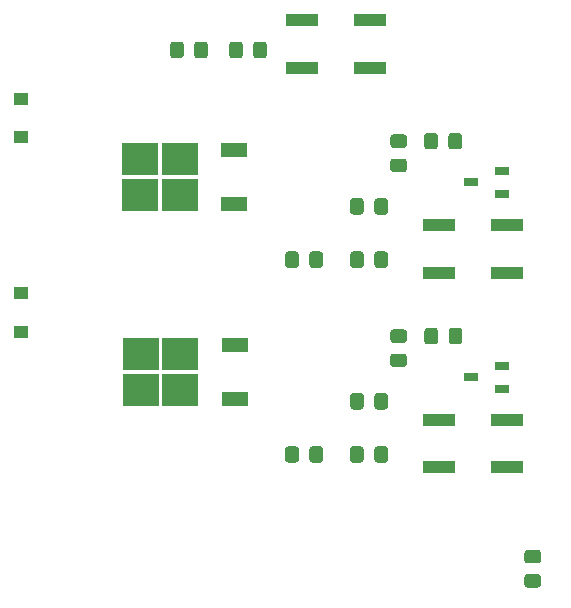
<source format=gbr>
G04 #@! TF.GenerationSoftware,KiCad,Pcbnew,(5.1.6)-1*
G04 #@! TF.CreationDate,2020-09-12T13:36:03-05:00*
G04 #@! TF.ProjectId,ContactorDriver,436f6e74-6163-4746-9f72-447269766572,rev?*
G04 #@! TF.SameCoordinates,Original*
G04 #@! TF.FileFunction,Paste,Top*
G04 #@! TF.FilePolarity,Positive*
%FSLAX46Y46*%
G04 Gerber Fmt 4.6, Leading zero omitted, Abs format (unit mm)*
G04 Created by KiCad (PCBNEW (5.1.6)-1) date 2020-09-12 13:36:03*
%MOMM*%
%LPD*%
G01*
G04 APERTURE LIST*
%ADD10R,2.750000X1.000000*%
%ADD11R,1.220000X0.650000*%
%ADD12R,1.193800X1.041400*%
%ADD13R,3.050000X2.750000*%
%ADD14R,2.200000X1.200000*%
G04 APERTURE END LIST*
D10*
X211398000Y-108591100D03*
X217148000Y-108591100D03*
X217148000Y-104591100D03*
X211398000Y-104591100D03*
X211399400Y-92106500D03*
X217149400Y-92106500D03*
X217149400Y-88106500D03*
X211399400Y-88106500D03*
X205541600Y-70745600D03*
X199791600Y-70745600D03*
X199791600Y-74745600D03*
X205541600Y-74745600D03*
G36*
G01*
X219804401Y-118770200D02*
X218904399Y-118770200D01*
G75*
G02*
X218654400Y-118520201I0J249999D01*
G01*
X218654400Y-117870199D01*
G75*
G02*
X218904399Y-117620200I249999J0D01*
G01*
X219804401Y-117620200D01*
G75*
G02*
X220054400Y-117870199I0J-249999D01*
G01*
X220054400Y-118520201D01*
G75*
G02*
X219804401Y-118770200I-249999J0D01*
G01*
G37*
G36*
G01*
X219804401Y-116720200D02*
X218904399Y-116720200D01*
G75*
G02*
X218654400Y-116470201I0J249999D01*
G01*
X218654400Y-115820199D01*
G75*
G02*
X218904399Y-115570200I249999J0D01*
G01*
X219804401Y-115570200D01*
G75*
G02*
X220054400Y-115820199I0J-249999D01*
G01*
X220054400Y-116470201D01*
G75*
G02*
X219804401Y-116720200I-249999J0D01*
G01*
G37*
G36*
G01*
X200450000Y-91450001D02*
X200450000Y-90549999D01*
G75*
G02*
X200699999Y-90300000I249999J0D01*
G01*
X201350001Y-90300000D01*
G75*
G02*
X201600000Y-90549999I0J-249999D01*
G01*
X201600000Y-91450001D01*
G75*
G02*
X201350001Y-91700000I-249999J0D01*
G01*
X200699999Y-91700000D01*
G75*
G02*
X200450000Y-91450001I0J249999D01*
G01*
G37*
G36*
G01*
X198400000Y-91450001D02*
X198400000Y-90549999D01*
G75*
G02*
X198649999Y-90300000I249999J0D01*
G01*
X199300001Y-90300000D01*
G75*
G02*
X199550000Y-90549999I0J-249999D01*
G01*
X199550000Y-91450001D01*
G75*
G02*
X199300001Y-91700000I-249999J0D01*
G01*
X198649999Y-91700000D01*
G75*
G02*
X198400000Y-91450001I0J249999D01*
G01*
G37*
G36*
G01*
X198400000Y-107950001D02*
X198400000Y-107049999D01*
G75*
G02*
X198649999Y-106800000I249999J0D01*
G01*
X199300001Y-106800000D01*
G75*
G02*
X199550000Y-107049999I0J-249999D01*
G01*
X199550000Y-107950001D01*
G75*
G02*
X199300001Y-108200000I-249999J0D01*
G01*
X198649999Y-108200000D01*
G75*
G02*
X198400000Y-107950001I0J249999D01*
G01*
G37*
G36*
G01*
X200450000Y-107950001D02*
X200450000Y-107049999D01*
G75*
G02*
X200699999Y-106800000I249999J0D01*
G01*
X201350001Y-106800000D01*
G75*
G02*
X201600000Y-107049999I0J-249999D01*
G01*
X201600000Y-107950001D01*
G75*
G02*
X201350001Y-108200000I-249999J0D01*
G01*
X200699999Y-108200000D01*
G75*
G02*
X200450000Y-107950001I0J249999D01*
G01*
G37*
D11*
X214132800Y-84455000D03*
X216752800Y-83505000D03*
X216752800Y-85405000D03*
X216727400Y-101915000D03*
X216727400Y-100015000D03*
X214107400Y-100965000D03*
G36*
G01*
X211322500Y-80525199D02*
X211322500Y-81425201D01*
G75*
G02*
X211072501Y-81675200I-249999J0D01*
G01*
X210422499Y-81675200D01*
G75*
G02*
X210172500Y-81425201I0J249999D01*
G01*
X210172500Y-80525199D01*
G75*
G02*
X210422499Y-80275200I249999J0D01*
G01*
X211072501Y-80275200D01*
G75*
G02*
X211322500Y-80525199I0J-249999D01*
G01*
G37*
G36*
G01*
X213372500Y-80525199D02*
X213372500Y-81425201D01*
G75*
G02*
X213122501Y-81675200I-249999J0D01*
G01*
X212472499Y-81675200D01*
G75*
G02*
X212222500Y-81425201I0J249999D01*
G01*
X212222500Y-80525199D01*
G75*
G02*
X212472499Y-80275200I249999J0D01*
G01*
X213122501Y-80275200D01*
G75*
G02*
X213372500Y-80525199I0J-249999D01*
G01*
G37*
G36*
G01*
X205950000Y-86950001D02*
X205950000Y-86049999D01*
G75*
G02*
X206199999Y-85800000I249999J0D01*
G01*
X206850001Y-85800000D01*
G75*
G02*
X207100000Y-86049999I0J-249999D01*
G01*
X207100000Y-86950001D01*
G75*
G02*
X206850001Y-87200000I-249999J0D01*
G01*
X206199999Y-87200000D01*
G75*
G02*
X205950000Y-86950001I0J249999D01*
G01*
G37*
G36*
G01*
X203900000Y-86950001D02*
X203900000Y-86049999D01*
G75*
G02*
X204149999Y-85800000I249999J0D01*
G01*
X204800001Y-85800000D01*
G75*
G02*
X205050000Y-86049999I0J-249999D01*
G01*
X205050000Y-86950001D01*
G75*
G02*
X204800001Y-87200000I-249999J0D01*
G01*
X204149999Y-87200000D01*
G75*
G02*
X203900000Y-86950001I0J249999D01*
G01*
G37*
G36*
G01*
X205950000Y-91450001D02*
X205950000Y-90549999D01*
G75*
G02*
X206199999Y-90300000I249999J0D01*
G01*
X206850001Y-90300000D01*
G75*
G02*
X207100000Y-90549999I0J-249999D01*
G01*
X207100000Y-91450001D01*
G75*
G02*
X206850001Y-91700000I-249999J0D01*
G01*
X206199999Y-91700000D01*
G75*
G02*
X205950000Y-91450001I0J249999D01*
G01*
G37*
G36*
G01*
X203900000Y-91450001D02*
X203900000Y-90549999D01*
G75*
G02*
X204149999Y-90300000I249999J0D01*
G01*
X204800001Y-90300000D01*
G75*
G02*
X205050000Y-90549999I0J-249999D01*
G01*
X205050000Y-91450001D01*
G75*
G02*
X204800001Y-91700000I-249999J0D01*
G01*
X204149999Y-91700000D01*
G75*
G02*
X203900000Y-91450001I0J249999D01*
G01*
G37*
G36*
G01*
X213385200Y-97022499D02*
X213385200Y-97922501D01*
G75*
G02*
X213135201Y-98172500I-249999J0D01*
G01*
X212485199Y-98172500D01*
G75*
G02*
X212235200Y-97922501I0J249999D01*
G01*
X212235200Y-97022499D01*
G75*
G02*
X212485199Y-96772500I249999J0D01*
G01*
X213135201Y-96772500D01*
G75*
G02*
X213385200Y-97022499I0J-249999D01*
G01*
G37*
G36*
G01*
X211335200Y-97022499D02*
X211335200Y-97922501D01*
G75*
G02*
X211085201Y-98172500I-249999J0D01*
G01*
X210435199Y-98172500D01*
G75*
G02*
X210185200Y-97922501I0J249999D01*
G01*
X210185200Y-97022499D01*
G75*
G02*
X210435199Y-96772500I249999J0D01*
G01*
X211085201Y-96772500D01*
G75*
G02*
X211335200Y-97022499I0J-249999D01*
G01*
G37*
G36*
G01*
X208450001Y-83600000D02*
X207549999Y-83600000D01*
G75*
G02*
X207300000Y-83350001I0J249999D01*
G01*
X207300000Y-82699999D01*
G75*
G02*
X207549999Y-82450000I249999J0D01*
G01*
X208450001Y-82450000D01*
G75*
G02*
X208700000Y-82699999I0J-249999D01*
G01*
X208700000Y-83350001D01*
G75*
G02*
X208450001Y-83600000I-249999J0D01*
G01*
G37*
G36*
G01*
X208450001Y-81550000D02*
X207549999Y-81550000D01*
G75*
G02*
X207300000Y-81300001I0J249999D01*
G01*
X207300000Y-80649999D01*
G75*
G02*
X207549999Y-80400000I249999J0D01*
G01*
X208450001Y-80400000D01*
G75*
G02*
X208700000Y-80649999I0J-249999D01*
G01*
X208700000Y-81300001D01*
G75*
G02*
X208450001Y-81550000I-249999J0D01*
G01*
G37*
G36*
G01*
X208450001Y-100100000D02*
X207549999Y-100100000D01*
G75*
G02*
X207300000Y-99850001I0J249999D01*
G01*
X207300000Y-99199999D01*
G75*
G02*
X207549999Y-98950000I249999J0D01*
G01*
X208450001Y-98950000D01*
G75*
G02*
X208700000Y-99199999I0J-249999D01*
G01*
X208700000Y-99850001D01*
G75*
G02*
X208450001Y-100100000I-249999J0D01*
G01*
G37*
G36*
G01*
X208450001Y-98050000D02*
X207549999Y-98050000D01*
G75*
G02*
X207300000Y-97800001I0J249999D01*
G01*
X207300000Y-97149999D01*
G75*
G02*
X207549999Y-96900000I249999J0D01*
G01*
X208450001Y-96900000D01*
G75*
G02*
X208700000Y-97149999I0J-249999D01*
G01*
X208700000Y-97800001D01*
G75*
G02*
X208450001Y-98050000I-249999J0D01*
G01*
G37*
G36*
G01*
X203900000Y-107950001D02*
X203900000Y-107049999D01*
G75*
G02*
X204149999Y-106800000I249999J0D01*
G01*
X204800001Y-106800000D01*
G75*
G02*
X205050000Y-107049999I0J-249999D01*
G01*
X205050000Y-107950001D01*
G75*
G02*
X204800001Y-108200000I-249999J0D01*
G01*
X204149999Y-108200000D01*
G75*
G02*
X203900000Y-107950001I0J249999D01*
G01*
G37*
G36*
G01*
X205950000Y-107950001D02*
X205950000Y-107049999D01*
G75*
G02*
X206199999Y-106800000I249999J0D01*
G01*
X206850001Y-106800000D01*
G75*
G02*
X207100000Y-107049999I0J-249999D01*
G01*
X207100000Y-107950001D01*
G75*
G02*
X206850001Y-108200000I-249999J0D01*
G01*
X206199999Y-108200000D01*
G75*
G02*
X205950000Y-107950001I0J249999D01*
G01*
G37*
G36*
G01*
X205950000Y-103450001D02*
X205950000Y-102549999D01*
G75*
G02*
X206199999Y-102300000I249999J0D01*
G01*
X206850001Y-102300000D01*
G75*
G02*
X207100000Y-102549999I0J-249999D01*
G01*
X207100000Y-103450001D01*
G75*
G02*
X206850001Y-103700000I-249999J0D01*
G01*
X206199999Y-103700000D01*
G75*
G02*
X205950000Y-103450001I0J249999D01*
G01*
G37*
G36*
G01*
X203900000Y-103450001D02*
X203900000Y-102549999D01*
G75*
G02*
X204149999Y-102300000I249999J0D01*
G01*
X204800001Y-102300000D01*
G75*
G02*
X205050000Y-102549999I0J-249999D01*
G01*
X205050000Y-103450001D01*
G75*
G02*
X204800001Y-103700000I-249999J0D01*
G01*
X204149999Y-103700000D01*
G75*
G02*
X203900000Y-103450001I0J249999D01*
G01*
G37*
G36*
G01*
X196850000Y-72799999D02*
X196850000Y-73700001D01*
G75*
G02*
X196600001Y-73950000I-249999J0D01*
G01*
X195949999Y-73950000D01*
G75*
G02*
X195700000Y-73700001I0J249999D01*
G01*
X195700000Y-72799999D01*
G75*
G02*
X195949999Y-72550000I249999J0D01*
G01*
X196600001Y-72550000D01*
G75*
G02*
X196850000Y-72799999I0J-249999D01*
G01*
G37*
G36*
G01*
X194800000Y-72799999D02*
X194800000Y-73700001D01*
G75*
G02*
X194550001Y-73950000I-249999J0D01*
G01*
X193899999Y-73950000D01*
G75*
G02*
X193650000Y-73700001I0J249999D01*
G01*
X193650000Y-72799999D01*
G75*
G02*
X193899999Y-72550000I249999J0D01*
G01*
X194550001Y-72550000D01*
G75*
G02*
X194800000Y-72799999I0J-249999D01*
G01*
G37*
G36*
G01*
X191850000Y-72799999D02*
X191850000Y-73700001D01*
G75*
G02*
X191600001Y-73950000I-249999J0D01*
G01*
X190949999Y-73950000D01*
G75*
G02*
X190700000Y-73700001I0J249999D01*
G01*
X190700000Y-72799999D01*
G75*
G02*
X190949999Y-72550000I249999J0D01*
G01*
X191600001Y-72550000D01*
G75*
G02*
X191850000Y-72799999I0J-249999D01*
G01*
G37*
G36*
G01*
X189800000Y-72799999D02*
X189800000Y-73700001D01*
G75*
G02*
X189550001Y-73950000I-249999J0D01*
G01*
X188899999Y-73950000D01*
G75*
G02*
X188650000Y-73700001I0J249999D01*
G01*
X188650000Y-72799999D01*
G75*
G02*
X188899999Y-72550000I249999J0D01*
G01*
X189550001Y-72550000D01*
G75*
G02*
X189800000Y-72799999I0J-249999D01*
G01*
G37*
D12*
X176000000Y-77361700D03*
X176000000Y-80638300D03*
X176000000Y-97138300D03*
X176000000Y-93861700D03*
D13*
X189450000Y-82475000D03*
X186100000Y-85525000D03*
X189450000Y-85525000D03*
X186100000Y-82475000D03*
D14*
X194075000Y-81720000D03*
X194075000Y-86280000D03*
X194150000Y-102780000D03*
X194150000Y-98220000D03*
D13*
X186175000Y-98975000D03*
X189525000Y-102025000D03*
X186175000Y-102025000D03*
X189525000Y-98975000D03*
M02*

</source>
